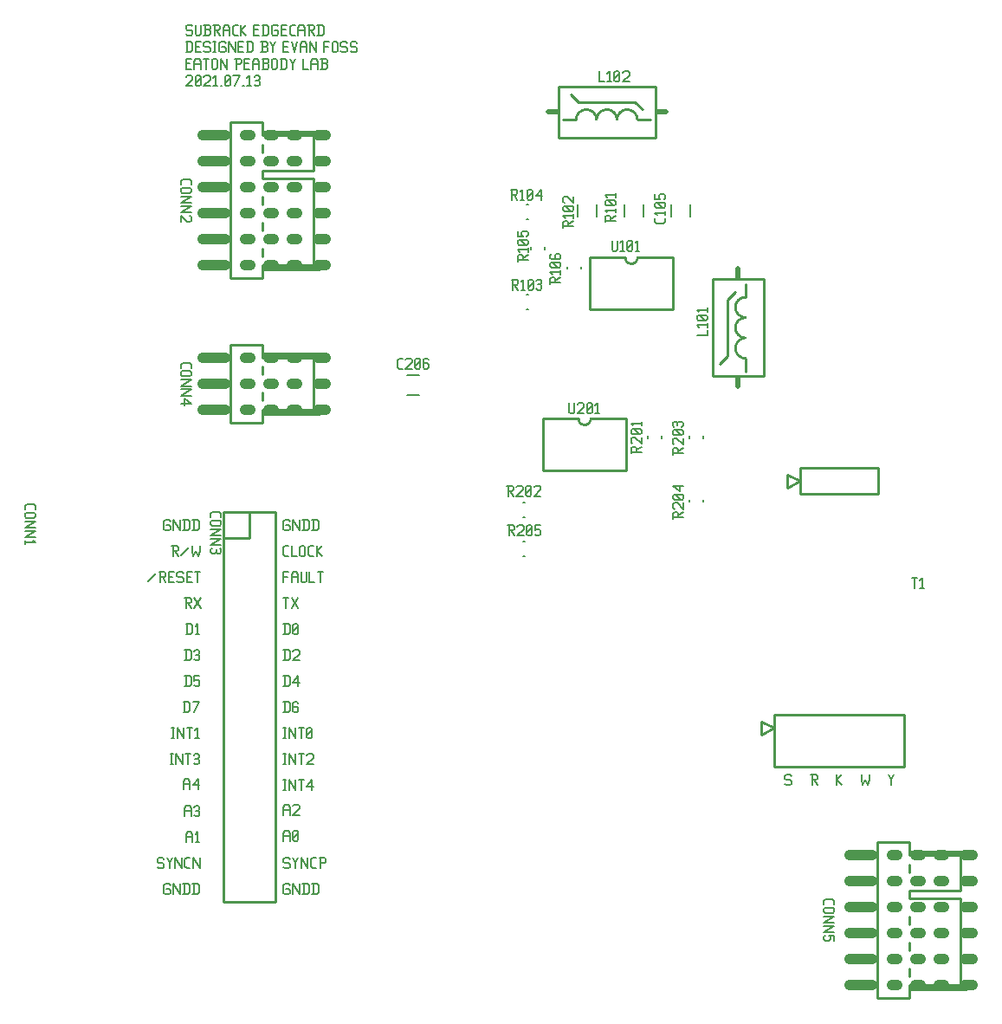
<source format=gto>
From c3ca4f95bd59f69d45e582a4149327f57a360760 Mon Sep 17 00:00:00 2001
From: jaseg <git@jaseg.de>
Date: Sun, 30 Jan 2022 20:11:38 +0100
Subject: Rename gerbonara/gerber package to just gerbonara

---
 gerbonara/tests/resources/pcb-rnd/power-art.gto | 1652 +++++++++++++++++++++++
 1 file changed, 1652 insertions(+)
 create mode 100644 gerbonara/tests/resources/pcb-rnd/power-art.gto

(limited to 'gerbonara/tests/resources/pcb-rnd/power-art.gto')

diff --git a/gerbonara/tests/resources/pcb-rnd/power-art.gto b/gerbonara/tests/resources/pcb-rnd/power-art.gto
new file mode 100644
index 0000000..3bfd7ce
--- /dev/null
+++ b/gerbonara/tests/resources/pcb-rnd/power-art.gto
@@ -0,0 +1,1652 @@
+G04 start of page 2 for group 1 layer_idx 8 *
+G04 Title: (unknown), top_silk *
+G04 Creator: pcb-rnd 2.3.2 *
+G04 CreationDate: 2021-07-14 03:04:30 UTC *
+G04 For:  *
+G04 Format: Gerber/RS-274X *
+G04 PCB-Dimensions: 1000000 1000000 *
+G04 PCB-Coordinate-Origin: lower left *
+%MOIN*%
+%FSLAX25Y25*%
+%LNTOP_SILK_NONE_1*%
+%ADD84C,0.0070*%
+%ADD83C,0.0200*%
+%ADD82C,0.0080*%
+%ADD81C,0.0150*%
+%ADD80C,0.0400*%
+%ADD79C,0.0100*%
+G54D79*X167000Y736000D02*Y586000D01*
+X187000Y736000D02*X167000D01*
+X177000Y726000D02*X167000D01*
+X177000Y736000D02*Y726000D01*
+X379000Y657990D02*Y637990D01*
+Y657990D02*X429000D01*
+Y637990D02*X379000D01*
+X429000D02*Y657990D01*
+X431000Y604000D02*X450700D01*
+X431000Y609000D02*Y604000D01*
+G54D80*X435400D02*X433200D01*
+G54D81*X452400Y605250D02*X431300D01*
+G54D79*X431000Y567500D02*Y570500D01*
+Y577500D02*Y580500D01*
+G54D80*X444400Y584000D02*X442200D01*
+X435400D02*X433200D01*
+X435400Y574000D02*X433200D01*
+X444400D02*X442200D01*
+X435400Y564000D02*X433200D01*
+G54D79*X450700Y587500D02*Y554000D01*
+X431000D01*
+Y557500D02*Y560500D01*
+G54D80*X444400Y564000D02*X442200D01*
+G54D79*X431000Y587500D02*X450700D01*
+G54D80*X435400Y554000D02*X433200D01*
+G54D79*X450700Y590500D02*X431000D01*
+Y587500D02*Y590500D01*
+Y597500D02*Y600500D01*
+G54D80*X444400Y594000D02*X442200D01*
+X435400D02*X433200D01*
+X452200D02*X455400D01*
+X444400Y554000D02*X442200D01*
+X452200D02*X455400D01*
+G54D81*X452700Y552750D02*X431300D01*
+G54D80*X444400Y604000D02*X442200D01*
+G54D79*X450700Y590500D02*Y604000D01*
+G54D80*X452200D02*X455400D01*
+X452200Y584000D02*X455400D01*
+X452200Y574000D02*X455400D01*
+X452200Y564000D02*X455400D01*
+G54D79*X418500Y609000D02*X431000D01*
+G54D80*X426400Y604000D02*X424200D01*
+X416500D02*X408000D01*
+X416500Y594000D02*X408000D01*
+X416500Y584000D02*X408000D01*
+X416500Y574000D02*X408000D01*
+X416500Y564000D02*X408000D01*
+G54D79*X431000Y549000D02*X418500D01*
+G54D80*X416500Y554000D02*X408000D01*
+G54D79*X418500Y609000D02*Y549000D01*
+X431000D02*Y554000D01*
+G54D80*X426400Y584000D02*X424200D01*
+X426400Y574000D02*X424200D01*
+X426400Y554000D02*X424200D01*
+X426400Y594000D02*X424200D01*
+X426400Y564000D02*X424200D01*
+G54D79*X379000Y652990D02*X374000Y655490D01*
+X379000Y652990D02*X374000Y650490D01*
+Y655490D02*Y650490D01*
+X389000Y747990D02*X384000Y750490D01*
+X389000Y747990D02*X384000Y745490D01*
+X389000Y752990D02*Y742990D01*
+X384000Y750490D02*Y745490D01*
+X419000Y742990D02*X389000D01*
+Y752990D02*X419000D01*
+Y742990D02*Y752990D01*
+X322000Y752000D02*X290000D01*
+G54D82*X346245Y740064D02*Y740850D01*
+X351755Y740064D02*Y740850D01*
+X282150Y724755D02*X282936D01*
+X282150Y719245D02*X282936D01*
+X282150Y739755D02*X282936D01*
+X282150Y734245D02*X282936D01*
+G54D79*X182000Y795500D02*X201700D01*
+X182000Y789000D02*Y792000D01*
+G54D80*X186400Y785500D02*X184200D01*
+X177400D02*X175200D01*
+G54D79*X182000Y770500D02*X169500D01*
+X182000Y779000D02*Y782000D01*
+G54D80*X177400Y775500D02*X175200D01*
+X195400Y785500D02*X193200D01*
+G54D79*X182000Y770500D02*Y775500D01*
+G54D80*X195400D02*X193200D01*
+X186400D02*X184200D01*
+G54D79*X187000Y586000D02*X167000D01*
+X187000Y736000D02*Y586000D01*
+X201700Y775500D02*X182000D01*
+X169500Y800500D02*Y770500D01*
+X201700Y795500D02*Y775500D01*
+X169500Y886000D02*X182000D01*
+Y881000D01*
+G54D80*X177400D02*X175200D01*
+G54D79*X182000Y854500D02*Y857500D01*
+G54D80*X177400Y861000D02*X175200D01*
+X177400Y871000D02*X175200D01*
+G54D79*X182000Y864500D02*Y867500D01*
+X169500Y886000D02*Y826000D01*
+X182000Y874500D02*Y877500D01*
+G54D80*X177400Y851000D02*X175200D01*
+G54D79*X182000Y834500D02*Y837500D01*
+Y844500D02*Y847500D01*
+G54D80*X177400Y831000D02*X175200D01*
+X177400Y841000D02*X175200D01*
+X167500Y881000D02*X159000D01*
+X167500Y871000D02*X159000D01*
+X167500Y861000D02*X159000D01*
+X167500Y851000D02*X159000D01*
+X167500Y841000D02*X159000D01*
+X167500Y831000D02*X159000D01*
+G54D79*X169500Y800500D02*X182000D01*
+Y826000D02*X169500D01*
+X182000D02*Y831000D01*
+Y881000D02*X201700D01*
+G54D80*X186400Y871000D02*X184200D01*
+X186400Y861000D02*X184200D01*
+G54D79*X201700Y867500D02*Y881000D01*
+G54D80*X195400Y871000D02*X193200D01*
+X195400Y861000D02*X193200D01*
+G54D79*X201700Y867500D02*X182000D01*
+Y864500D02*X201700D01*
+Y831000D01*
+G54D80*X195400Y851000D02*X193200D01*
+X195400Y841000D02*X193200D01*
+X186400Y831000D02*X184200D01*
+X186400Y881000D02*X184200D01*
+G54D81*X203400Y882250D02*X182300D01*
+G54D80*X186400Y841000D02*X184200D01*
+X186400Y851000D02*X184200D01*
+G54D79*X182000Y800500D02*Y795500D01*
+G54D81*X203400Y796750D02*X182300D01*
+G54D79*X201700Y831000D02*X182000D01*
+G54D81*X203700Y829750D02*X182300D01*
+G54D80*X195400Y831000D02*X193200D01*
+X203200D02*X206400D01*
+G54D82*X283607Y819755D02*X284393D01*
+G54D79*X308000Y834000D02*Y814000D01*
+G54D82*X299246Y829787D02*Y830573D01*
+X304756Y829787D02*Y830573D01*
+X283607Y814245D02*X284393D01*
+G54D79*X340000Y814000D02*X308000D01*
+Y834000D02*X321500D01*
+X326500D02*X340000D01*
+Y814000D02*Y834000D01*
+X355157Y825701D02*X374843D01*
+X361063Y796173D02*Y817827D01*
+X367953Y818811D02*Y823732D01*
+G54D83*X365000Y826291D02*Y829638D01*
+G54D79*X355157Y788299D02*Y825701D01*
+X374843D02*Y788299D01*
+X355157D01*
+X361063Y817827D02*X364016Y820780D01*
+X358110Y793220D02*X361063Y796173D01*
+X367953Y795189D02*Y790268D01*
+G54D80*X195400Y881000D02*X193200D01*
+X203200Y871000D02*X206400D01*
+X203200Y881000D02*X206400D01*
+G54D79*X295811Y899843D02*X333213D01*
+X295811Y880157D02*Y899843D01*
+X303685Y893937D02*X325339D01*
+X302701Y887047D02*X297780D01*
+X326323D02*X331244D01*
+X333213Y899843D02*Y880157D01*
+X295811D01*
+X325339Y893937D02*X328291Y890984D01*
+X300732Y896890D02*X303685Y893937D01*
+G54D83*X295220Y890000D02*X291874D01*
+X333803D02*X337150D01*
+G54D80*X203200Y861000D02*X206400D01*
+X203200Y851000D02*X206400D01*
+X203200Y841000D02*X206400D01*
+G54D82*X283608Y854392D02*X284394D01*
+X283608Y848882D02*X284394D01*
+X285246Y837244D02*Y838030D01*
+X290756Y837244D02*Y838030D01*
+X303260Y849638D02*Y854362D01*
+X310740Y849638D02*Y854362D01*
+X321260Y849638D02*Y854362D01*
+X328740Y849638D02*Y854362D01*
+X339260Y849638D02*Y854362D01*
+X346740Y849638D02*Y854362D01*
+G54D80*X195400Y795500D02*X193200D01*
+X203200D02*X206400D01*
+G54D81*X203700Y774250D02*X182300D01*
+G54D80*X203200Y785500D02*X206400D01*
+X203200Y775500D02*X206400D01*
+G54D82*X237638Y788740D02*X242362D01*
+X237638Y781260D02*X242362D01*
+G54D79*X290000Y772000D02*Y752000D01*
+X322000D02*Y772000D01*
+G54D82*X330245Y764607D02*Y765393D01*
+X335755Y764607D02*Y765393D01*
+X346245Y764607D02*Y765393D01*
+X351755Y764607D02*Y765393D01*
+G54D79*X290000Y772000D02*X303500D01*
+X308500D02*X322000D01*
+G54D83*X365000Y787709D02*Y784362D01*
+G54D80*X186400Y795500D02*X184200D01*
+X177400D02*X175200D01*
+X167500D02*X159000D01*
+X167500Y785500D02*X159000D01*
+X167500Y775500D02*X159000D01*
+G54D79*X302701Y887047D02*G75*G02X306638Y890984I3937J0D01*G01*
+G75*G02X310575Y887047I0J-3937D01*G01*
+G75*G02X314512Y890984I3937J0D01*G01*
+G75*G02X318449Y887047I0J-3937D01*G01*
+G75*G02X322386Y890984I3937J0D01*G01*
+G75*G02X326323Y887047I0J-3937D01*G01*
+X321500Y834000D02*G75*G03X326500Y834000I2500J0D01*G01*
+X303500Y772000D02*G75*G03X308500Y772000I2500J0D01*G01*
+X367953Y795189D02*G75*G02X364016Y799126I0J3937D01*G01*
+G75*G02X367953Y803063I3937J0D01*G01*
+G75*G02X364016Y807000I0J3937D01*G01*
+G75*G02X367953Y810937I3937J0D01*G01*
+G75*G02X364016Y814874I0J3937D01*G01*
+G75*G02X367953Y818811I3937J0D01*G01*
+G54D84*X153000Y917000D02*Y913000D01*
+X154300Y917000D02*X155000Y916300D01*
+Y913700D01*
+X154300Y913000D02*X155000Y913700D01*
+X152500Y913000D02*X154300D01*
+X152500Y917000D02*X154300D01*
+X156200Y915200D02*X157700D01*
+X156200Y913000D02*X158200D01*
+X156200Y917000D02*Y913000D01*
+Y917000D02*X158200D01*
+X161400D02*X161900Y916500D01*
+X159900Y917000D02*X161400D01*
+X159400Y916500D02*X159900Y917000D01*
+X159400Y916500D02*Y915500D01*
+X159900Y915000D01*
+X161400D01*
+X161900Y914500D01*
+Y913500D01*
+X161400Y913000D02*X161900Y913500D01*
+X159900Y913000D02*X161400D01*
+X159400Y913500D02*X159900Y913000D01*
+X163100Y917000D02*X164100D01*
+X163600D02*Y913000D01*
+X163100D02*X164100D01*
+X167300Y917000D02*X167800Y916500D01*
+X165800Y917000D02*X167300D01*
+X165300Y916500D02*X165800Y917000D01*
+X165300Y916500D02*Y913500D01*
+X165800Y913000D01*
+X167300D01*
+X167800Y913500D01*
+Y914500D02*Y913500D01*
+X167300Y915000D02*X167800Y914500D01*
+X166300Y915000D02*X167300D01*
+X169000Y917000D02*Y913000D01*
+Y917000D02*X171500Y913000D01*
+Y917000D02*Y913000D01*
+X172700Y915200D02*X174200D01*
+X172700Y913000D02*X174700D01*
+X172700Y917000D02*Y913000D01*
+Y917000D02*X174700D01*
+X176400D02*Y913000D01*
+X177700Y917000D02*X178400Y916300D01*
+Y913700D01*
+X177700Y913000D02*X178400Y913700D01*
+X175900Y913000D02*X177700D01*
+X175900Y917000D02*X177700D01*
+X181400Y913000D02*X183400D01*
+X183900Y913500D01*
+Y914700D02*Y913500D01*
+X183400Y915200D02*X183900Y914700D01*
+X181900Y915200D02*X183400D01*
+X181900Y917000D02*Y913000D01*
+X181400Y917000D02*X183400D01*
+X183900Y916500D01*
+Y915700D01*
+X183400Y915200D02*X183900Y915700D01*
+X185100Y917000D02*X186100Y915000D01*
+X187100Y917000D01*
+X186100Y915000D02*Y913000D01*
+X190100Y915200D02*X191600D01*
+X190100Y913000D02*X192100D01*
+X190100Y917000D02*Y913000D01*
+Y917000D02*X192100D01*
+X193300D02*X194300Y913000D01*
+X195300Y917000D01*
+X196500Y916000D02*Y913000D01*
+Y916000D02*X197200Y917000D01*
+X198300D01*
+X199000Y916000D01*
+Y913000D01*
+X196500Y915000D02*X199000D01*
+X200200Y917000D02*Y913000D01*
+Y917000D02*X202700Y913000D01*
+Y917000D02*Y913000D01*
+X205700Y917000D02*Y913000D01*
+Y917000D02*X207700D01*
+X205700Y915200D02*X207200D01*
+X208900Y916500D02*Y913500D01*
+Y916500D02*X209400Y917000D01*
+X210400D01*
+X210900Y916500D01*
+Y913500D01*
+X210400Y913000D02*X210900Y913500D01*
+X209400Y913000D02*X210400D01*
+X208900Y913500D02*X209400Y913000D01*
+X214100Y917000D02*X214600Y916500D01*
+X212600Y917000D02*X214100D01*
+X212100Y916500D02*X212600Y917000D01*
+X212100Y916500D02*Y915500D01*
+X212600Y915000D01*
+X214100D01*
+X214600Y914500D01*
+Y913500D01*
+X214100Y913000D02*X214600Y913500D01*
+X212600Y913000D02*X214100D01*
+X212100Y913500D02*X212600Y913000D01*
+X217800Y917000D02*X218300Y916500D01*
+X216300Y917000D02*X217800D01*
+X215800Y916500D02*X216300Y917000D01*
+X215800Y916500D02*Y915500D01*
+X216300Y915000D01*
+X217800D01*
+X218300Y914500D01*
+Y913500D01*
+X217800Y913000D02*X218300Y913500D01*
+X216300Y913000D02*X217800D01*
+X215800Y913500D02*X216300Y913000D01*
+X154500Y923500D02*X155000Y923000D01*
+X153000Y923500D02*X154500D01*
+X152500Y923000D02*X153000Y923500D01*
+X152500Y923000D02*Y922000D01*
+X153000Y921500D01*
+X154500D01*
+X155000Y921000D01*
+Y920000D01*
+X154500Y919500D02*X155000Y920000D01*
+X153000Y919500D02*X154500D01*
+X152500Y920000D02*X153000Y919500D01*
+X156200Y923500D02*Y920000D01*
+X156700Y919500D01*
+X157700D01*
+X158200Y920000D01*
+Y923500D02*Y920000D01*
+X159400Y919500D02*X161400D01*
+X161900Y920000D01*
+Y921200D02*Y920000D01*
+X161400Y921700D02*X161900Y921200D01*
+X159900Y921700D02*X161400D01*
+X159900Y923500D02*Y919500D01*
+X159400Y923500D02*X161400D01*
+X161900Y923000D01*
+Y922200D01*
+X161400Y921700D02*X161900Y922200D01*
+X163100Y923500D02*X165100D01*
+X165600Y923000D01*
+Y922000D01*
+X165100Y921500D02*X165600Y922000D01*
+X163600Y921500D02*X165100D01*
+X163600Y923500D02*Y919500D01*
+X164400Y921500D02*X165600Y919500D01*
+X166800Y922500D02*Y919500D01*
+Y922500D02*X167500Y923500D01*
+X168600D01*
+X169300Y922500D01*
+Y919500D01*
+X166800Y921500D02*X169300D01*
+X171200Y919500D02*X172500D01*
+X170500Y920200D02*X171200Y919500D01*
+X170500Y922800D02*Y920200D01*
+Y922800D02*X171200Y923500D01*
+X172500D01*
+X173700D02*Y919500D01*
+Y921500D02*X175700Y923500D01*
+X173700Y921500D02*X175700Y919500D01*
+X178700Y921700D02*X180200D01*
+X178700Y919500D02*X180700D01*
+X178700Y923500D02*Y919500D01*
+Y923500D02*X180700D01*
+X182400D02*Y919500D01*
+X183700Y923500D02*X184400Y922800D01*
+Y920200D01*
+X183700Y919500D02*X184400Y920200D01*
+X181900Y919500D02*X183700D01*
+X181900Y923500D02*X183700D01*
+X187600D02*X188100Y923000D01*
+X186100Y923500D02*X187600D01*
+X185600Y923000D02*X186100Y923500D01*
+X185600Y923000D02*Y920000D01*
+X186100Y919500D01*
+X187600D01*
+X188100Y920000D01*
+Y921000D02*Y920000D01*
+X187600Y921500D02*X188100Y921000D01*
+X186600Y921500D02*X187600D01*
+X189300Y921700D02*X190800D01*
+X189300Y919500D02*X191300D01*
+X189300Y923500D02*Y919500D01*
+Y923500D02*X191300D01*
+X193200Y919500D02*X194500D01*
+X192500Y920200D02*X193200Y919500D01*
+X192500Y922800D02*Y920200D01*
+Y922800D02*X193200Y923500D01*
+X194500D01*
+X195700Y922500D02*Y919500D01*
+Y922500D02*X196400Y923500D01*
+X197500D01*
+X198200Y922500D01*
+Y919500D01*
+X195700Y921500D02*X198200D01*
+X199400Y923500D02*X201400D01*
+X201900Y923000D01*
+Y922000D01*
+X201400Y921500D02*X201900Y922000D01*
+X199900Y921500D02*X201400D01*
+X199900Y923500D02*Y919500D01*
+X200700Y921500D02*X201900Y919500D01*
+X203600Y923500D02*Y919500D01*
+X204900Y923500D02*X205600Y922800D01*
+Y920200D01*
+X204900Y919500D02*X205600Y920200D01*
+X203100Y919500D02*X204900D01*
+X203100Y923500D02*X204900D01*
+X152500Y903500D02*X153000Y904000D01*
+X154500D01*
+X155000Y903500D01*
+Y902500D01*
+X152500Y900000D02*X155000Y902500D01*
+X152500Y900000D02*X155000D01*
+X156200Y900500D02*X156700Y900000D01*
+X156200Y903500D02*Y900500D01*
+Y903500D02*X156700Y904000D01*
+X157700D01*
+X158200Y903500D01*
+Y900500D01*
+X157700Y900000D02*X158200Y900500D01*
+X156700Y900000D02*X157700D01*
+X156200Y901000D02*X158200Y903000D01*
+X159400Y903500D02*X159900Y904000D01*
+X161400D01*
+X161900Y903500D01*
+Y902500D01*
+X159400Y900000D02*X161900Y902500D01*
+X159400Y900000D02*X161900D01*
+X163100Y903200D02*X163900Y904000D01*
+Y900000D01*
+X163100D02*X164600D01*
+X165800D02*X166300D01*
+X167500Y900500D02*X168000Y900000D01*
+X167500Y903500D02*Y900500D01*
+Y903500D02*X168000Y904000D01*
+X169000D01*
+X169500Y903500D01*
+Y900500D01*
+X169000Y900000D02*X169500Y900500D01*
+X168000Y900000D02*X169000D01*
+X167500Y901000D02*X169500Y903000D01*
+X171200Y900000D02*X173200Y904000D01*
+X170700D02*X173200D01*
+X174400Y900000D02*X174900D01*
+X176100Y903200D02*X176900Y904000D01*
+Y900000D01*
+X176100D02*X177600D01*
+X178800Y903500D02*X179300Y904000D01*
+X180300D01*
+X180800Y903500D01*
+X180300Y900000D02*X180800Y900500D01*
+X179300Y900000D02*X180300D01*
+X178800Y900500D02*X179300Y900000D01*
+Y902200D02*X180300D01*
+X180800Y903500D02*Y902700D01*
+Y901700D02*Y900500D01*
+Y901700D02*X180300Y902200D01*
+X180800Y902700D02*X180300Y902200D01*
+X152500Y908700D02*X154000D01*
+X152500Y906500D02*X154500D01*
+X152500Y910500D02*Y906500D01*
+Y910500D02*X154500D01*
+X155700Y909500D02*Y906500D01*
+Y909500D02*X156400Y910500D01*
+X157500D01*
+X158200Y909500D01*
+Y906500D01*
+X155700Y908500D02*X158200D01*
+X159400Y910500D02*X161400D01*
+X160400D02*Y906500D01*
+X162600Y910000D02*Y907000D01*
+Y910000D02*X163100Y910500D01*
+X164100D01*
+X164600Y910000D01*
+Y907000D01*
+X164100Y906500D02*X164600Y907000D01*
+X163100Y906500D02*X164100D01*
+X162600Y907000D02*X163100Y906500D01*
+X165800Y910500D02*Y906500D01*
+Y910500D02*X168300Y906500D01*
+Y910500D02*Y906500D01*
+X171800Y910500D02*Y906500D01*
+X171300Y910500D02*X173300D01*
+X173800Y910000D01*
+Y909000D01*
+X173300Y908500D02*X173800Y909000D01*
+X171800Y908500D02*X173300D01*
+X175000Y908700D02*X176500D01*
+X175000Y906500D02*X177000D01*
+X175000Y910500D02*Y906500D01*
+Y910500D02*X177000D01*
+X178200Y909500D02*Y906500D01*
+Y909500D02*X178900Y910500D01*
+X180000D01*
+X180700Y909500D01*
+Y906500D01*
+X178200Y908500D02*X180700D01*
+X181900Y906500D02*X183900D01*
+X184400Y907000D01*
+Y908200D02*Y907000D01*
+X183900Y908700D02*X184400Y908200D01*
+X182400Y908700D02*X183900D01*
+X182400Y910500D02*Y906500D01*
+X181900Y910500D02*X183900D01*
+X184400Y910000D01*
+Y909200D01*
+X183900Y908700D02*X184400Y909200D01*
+X185600Y910000D02*Y907000D01*
+Y910000D02*X186100Y910500D01*
+X187100D01*
+X187600Y910000D01*
+Y907000D01*
+X187100Y906500D02*X187600Y907000D01*
+X186100Y906500D02*X187100D01*
+X185600Y907000D02*X186100Y906500D01*
+X189300Y910500D02*Y906500D01*
+X190600Y910500D02*X191300Y909800D01*
+Y907200D01*
+X190600Y906500D02*X191300Y907200D01*
+X188800Y906500D02*X190600D01*
+X188800Y910500D02*X190600D01*
+X192500D02*X193500Y908500D01*
+X194500Y910500D01*
+X193500Y908500D02*Y906500D01*
+X197500Y910500D02*Y906500D01*
+X199500D01*
+X200700Y909500D02*Y906500D01*
+Y909500D02*X201400Y910500D01*
+X202500D01*
+X203200Y909500D01*
+Y906500D01*
+X200700Y908500D02*X203200D01*
+X204400Y906500D02*X206400D01*
+X206900Y907000D01*
+Y908200D02*Y907000D01*
+X206400Y908700D02*X206900Y908200D01*
+X204900Y908700D02*X206400D01*
+X204900Y910500D02*Y906500D01*
+X204400Y910500D02*X206400D01*
+X206900Y910000D01*
+Y909200D01*
+X206400Y908700D02*X206900Y909200D01*
+X146000Y733000D02*X146500Y732500D01*
+X144500Y733000D02*X146000D01*
+X144000Y732500D02*X144500Y733000D01*
+X144000Y732500D02*Y729500D01*
+X144500Y729000D01*
+X146000D01*
+X146500Y729500D01*
+Y730500D02*Y729500D01*
+X146000Y731000D02*X146500Y730500D01*
+X145000Y731000D02*X146000D01*
+X147700Y733000D02*Y729000D01*
+Y733000D02*X150200Y729000D01*
+Y733000D02*Y729000D01*
+X151900Y733000D02*Y729000D01*
+X153200Y733000D02*X153900Y732300D01*
+Y729700D01*
+X153200Y729000D02*X153900Y729700D01*
+X151400Y729000D02*X153200D01*
+X151400Y733000D02*X153200D01*
+X155600D02*Y729000D01*
+X156900Y733000D02*X157600Y732300D01*
+Y729700D01*
+X156900Y729000D02*X157600Y729700D01*
+X155100Y729000D02*X156900D01*
+X155100Y733000D02*X156900D01*
+X138000Y709500D02*X141000Y712500D01*
+X142200Y713000D02*X144200D01*
+X144700Y712500D01*
+Y711500D01*
+X144200Y711000D02*X144700Y711500D01*
+X142700Y711000D02*X144200D01*
+X142700Y713000D02*Y709000D01*
+X143500Y711000D02*X144700Y709000D01*
+X145900Y711200D02*X147400D01*
+X145900Y709000D02*X147900D01*
+X145900Y713000D02*Y709000D01*
+Y713000D02*X147900D01*
+X151100D02*X151600Y712500D01*
+X149600Y713000D02*X151100D01*
+X149100Y712500D02*X149600Y713000D01*
+X149100Y712500D02*Y711500D01*
+X149600Y711000D01*
+X151100D01*
+X151600Y710500D01*
+Y709500D01*
+X151100Y709000D02*X151600Y709500D01*
+X149600Y709000D02*X151100D01*
+X149100Y709500D02*X149600Y709000D01*
+X152800Y711200D02*X154300D01*
+X152800Y709000D02*X154800D01*
+X152800Y713000D02*Y709000D01*
+Y713000D02*X154800D01*
+X156000D02*X158000D01*
+X157000D02*Y709000D01*
+X147000Y723000D02*X149000D01*
+X149500Y722500D01*
+Y721500D01*
+X149000Y721000D02*X149500Y721500D01*
+X147500Y721000D02*X149000D01*
+X147500Y723000D02*Y719000D01*
+X148300Y721000D02*X149500Y719000D01*
+X150700Y719500D02*X153700Y722500D01*
+X154900Y723000D02*Y721000D01*
+X155400Y719000D01*
+X156400Y721000D01*
+X157400Y719000D01*
+X157900Y721000D01*
+Y723000D01*
+X162000Y735300D02*Y734000D01*
+X162700Y736000D02*X162000Y735300D01*
+X165300Y736000D02*X162700D01*
+X165300D02*X166000Y735300D01*
+Y734000D01*
+X165500Y732800D02*X162500D01*
+X165500D02*X166000Y732300D01*
+Y731300D01*
+X165500Y730800D01*
+X162500D01*
+X162000Y731300D02*X162500Y730800D01*
+X162000Y732300D02*Y731300D01*
+X162500Y732800D02*X162000Y732300D01*
+X166000Y729600D02*X162000D01*
+X166000D02*X162000Y727100D01*
+X166000D02*X162000D01*
+X166000Y725900D02*X162000D01*
+X166000D02*X162000Y723400D01*
+X166000D02*X162000D01*
+X165500Y722200D02*X166000Y721700D01*
+Y720700D01*
+X165500Y720200D01*
+X162000Y720700D02*X162500Y720200D01*
+X162000Y721700D02*Y720700D01*
+X162500Y722200D02*X162000Y721700D01*
+X164200D02*Y720700D01*
+X165500Y720200D02*X164700D01*
+X163700D02*X162500D01*
+X163700D02*X164200Y720700D01*
+X164700Y720200D02*X164200Y720700D01*
+X150500Y792800D02*Y791500D01*
+X151200Y793500D02*X150500Y792800D01*
+X153800Y793500D02*X151200D01*
+X153800D02*X154500Y792800D01*
+Y791500D01*
+X154000Y790300D02*X151000D01*
+X154000D02*X154500Y789800D01*
+Y788800D01*
+X154000Y788300D01*
+X151000D01*
+X150500Y788800D02*X151000Y788300D01*
+X150500Y789800D02*Y788800D01*
+X151000Y790300D02*X150500Y789800D01*
+X154500Y787100D02*X150500D01*
+X154500D02*X150500Y784600D01*
+X154500D02*X150500D01*
+X154500Y783400D02*X150500D01*
+X154500D02*X150500Y780900D01*
+X154500D02*X150500D01*
+X152000Y779700D02*X154500Y777700D01*
+X152000Y779700D02*Y777200D01*
+X154500Y777700D02*X150500D01*
+X234550Y791150D02*X235850D01*
+X233850Y791850D02*X234550Y791150D01*
+X233850Y794450D02*Y791850D01*
+Y794450D02*X234550Y795150D01*
+X235850D01*
+X237050Y794650D02*X237550Y795150D01*
+X239050D01*
+X239550Y794650D01*
+Y793650D01*
+X237050Y791150D02*X239550Y793650D01*
+X237050Y791150D02*X239550D01*
+X240750Y791650D02*X241250Y791150D01*
+X240750Y794650D02*Y791650D01*
+Y794650D02*X241250Y795150D01*
+X242250D01*
+X242750Y794650D01*
+Y791650D01*
+X242250Y791150D02*X242750Y791650D01*
+X241250Y791150D02*X242250D01*
+X240750Y792150D02*X242750Y794150D01*
+X245450Y795150D02*X245950Y794650D01*
+X244450Y795150D02*X245450D01*
+X243950Y794650D02*X244450Y795150D01*
+X243950Y794650D02*Y791650D01*
+X244450Y791150D01*
+X245450Y793350D02*X245950Y792850D01*
+X243950Y793350D02*X245450D01*
+X244450Y791150D02*X245450D01*
+X245950Y791650D01*
+Y792850D02*Y791650D01*
+X300000Y778000D02*Y774500D01*
+X300500Y774000D01*
+X301500D01*
+X302000Y774500D01*
+Y778000D02*Y774500D01*
+X303200Y777500D02*X303700Y778000D01*
+X305200D01*
+X305700Y777500D01*
+Y776500D01*
+X303200Y774000D02*X305700Y776500D01*
+X303200Y774000D02*X305700D01*
+X306900Y774500D02*X307400Y774000D01*
+X306900Y777500D02*Y774500D01*
+Y777500D02*X307400Y778000D01*
+X308400D01*
+X308900Y777500D01*
+Y774500D01*
+X308400Y774000D02*X308900Y774500D01*
+X307400Y774000D02*X308400D01*
+X306900Y775000D02*X308900Y777000D01*
+X310100Y777200D02*X310900Y778000D01*
+Y774000D01*
+X310100D02*X311600D01*
+X323850Y758700D02*Y760700D01*
+X324350Y761200D01*
+X325350D01*
+X325850Y760700D02*X325350Y761200D01*
+X325850Y759200D02*Y760700D01*
+X323850Y759200D02*X327850D01*
+X325850Y760000D02*X327850Y761200D01*
+X324350Y762400D02*X323850Y762900D01*
+Y764400D01*
+X324350Y764900D01*
+X325350D01*
+X327850Y762400D02*X325350Y764900D01*
+X327850Y762400D02*Y764900D01*
+X327350Y766100D02*X327850Y766600D01*
+X324350Y766100D02*X327350D01*
+X324350D02*X323850Y766600D01*
+Y767600D01*
+X324350Y768100D01*
+X327350D01*
+X327850Y767600D02*X327350Y768100D01*
+X327850Y766600D02*Y767600D01*
+X326850Y766100D02*X324850Y768100D01*
+X324650Y769300D02*X323850Y770100D01*
+X327850D01*
+Y769300D02*Y770800D01*
+X339850Y758264D02*Y760264D01*
+X340350Y760764D01*
+X341350D01*
+X341850Y760264D02*X341350Y760764D01*
+X341850Y758764D02*Y760264D01*
+X339850Y758764D02*X343850D01*
+X341850Y759564D02*X343850Y760764D01*
+X340350Y761964D02*X339850Y762464D01*
+Y763964D01*
+X340350Y764464D01*
+X341350D01*
+X343850Y761964D02*X341350Y764464D01*
+X343850Y761964D02*Y764464D01*
+X343350Y765664D02*X343850Y766164D01*
+X340350Y765664D02*X343350D01*
+X340350D02*X339850Y766164D01*
+Y767164D01*
+X340350Y767664D01*
+X343350D01*
+X343850Y767164D02*X343350Y767664D01*
+X343850Y766164D02*Y767164D01*
+X342850Y765664D02*X340850Y767664D01*
+X340350Y768864D02*X339850Y769364D01*
+Y770364D01*
+X340350Y770864D01*
+X343850Y770364D02*X343350Y770864D01*
+X343850Y769364D02*Y770364D01*
+X343350Y768864D02*X343850Y769364D01*
+X341650D02*Y770364D01*
+X340350Y770864D02*X341150D01*
+X342150D02*X343350D01*
+X342150D02*X341650Y770364D01*
+X341150Y770864D02*X341650Y770364D01*
+X339969Y733470D02*Y735470D01*
+X340469Y735970D01*
+X341469D01*
+X341969Y735470D02*X341469Y735970D01*
+X341969Y733970D02*Y735470D01*
+X339969Y733970D02*X343969D01*
+X341969Y734770D02*X343969Y735970D01*
+X340469Y737170D02*X339969Y737670D01*
+Y739170D01*
+X340469Y739670D01*
+X341469D01*
+X343969Y737170D02*X341469Y739670D01*
+X343969Y737170D02*Y739670D01*
+X343469Y740870D02*X343969Y741370D01*
+X340469Y740870D02*X343469D01*
+X340469D02*X339969Y741370D01*
+Y742370D01*
+X340469Y742870D01*
+X343469D01*
+X343969Y742370D02*X343469Y742870D01*
+X343969Y741370D02*Y742370D01*
+X342969Y740870D02*X340969Y742870D01*
+X342469Y744070D02*X339969Y746070D01*
+X342469Y744070D02*Y746570D01*
+X339969Y746070D02*X343969D01*
+X276321Y731031D02*X278321D01*
+X278821Y730531D01*
+Y729531D01*
+X278321Y729031D02*X278821Y729531D01*
+X276821Y729031D02*X278321D01*
+X276821Y731031D02*Y727031D01*
+X277621Y729031D02*X278821Y727031D01*
+X280021Y730531D02*X280521Y731031D01*
+X282021D01*
+X282521Y730531D01*
+Y729531D01*
+X280021Y727031D02*X282521Y729531D01*
+X280021Y727031D02*X282521D01*
+X283721Y727531D02*X284221Y727031D01*
+X283721Y730531D02*Y727531D01*
+Y730531D02*X284221Y731031D01*
+X285221D01*
+X285721Y730531D01*
+Y727531D01*
+X285221Y727031D02*X285721Y727531D01*
+X284221Y727031D02*X285221D01*
+X283721Y728031D02*X285721Y730031D01*
+X286921Y731031D02*X288921D01*
+X286921D02*Y729031D01*
+X287421Y729531D01*
+X288421D01*
+X288921Y729031D01*
+Y727531D01*
+X288421Y727031D02*X288921Y727531D01*
+X287421Y727031D02*X288421D01*
+X286921Y727531D02*X287421Y727031D01*
+X276008Y746150D02*X278008D01*
+X278508Y745650D01*
+Y744650D01*
+X278008Y744150D02*X278508Y744650D01*
+X276508Y744150D02*X278008D01*
+X276508Y746150D02*Y742150D01*
+X277308Y744150D02*X278508Y742150D01*
+X279708Y745650D02*X280208Y746150D01*
+X281708D01*
+X282208Y745650D01*
+Y744650D01*
+X279708Y742150D02*X282208Y744650D01*
+X279708Y742150D02*X282208D01*
+X283408Y742650D02*X283908Y742150D01*
+X283408Y745650D02*Y742650D01*
+Y745650D02*X283908Y746150D01*
+X284908D01*
+X285408Y745650D01*
+Y742650D01*
+X284908Y742150D02*X285408Y742650D01*
+X283908Y742150D02*X284908D01*
+X283408Y743150D02*X285408Y745150D01*
+X286608Y745650D02*X287108Y746150D01*
+X288608D01*
+X289108Y745650D01*
+Y744650D01*
+X286608Y742150D02*X289108Y744650D01*
+X286608Y742150D02*X289108D01*
+X150500Y863300D02*Y862000D01*
+X151200Y864000D02*X150500Y863300D01*
+X153800Y864000D02*X151200D01*
+X153800D02*X154500Y863300D01*
+Y862000D01*
+X154000Y860800D02*X151000D01*
+X154000D02*X154500Y860300D01*
+Y859300D01*
+X154000Y858800D01*
+X151000D01*
+X150500Y859300D02*X151000Y858800D01*
+X150500Y860300D02*Y859300D01*
+X151000Y860800D02*X150500Y860300D01*
+X154500Y857600D02*X150500D01*
+X154500D02*X150500Y855100D01*
+X154500D02*X150500D01*
+X154500Y853900D02*X150500D01*
+X154500D02*X150500Y851400D01*
+X154500D02*X150500D01*
+X154000Y850200D02*X154500Y849700D01*
+Y848200D01*
+X154000Y847700D01*
+X153000D01*
+X150500Y850200D02*X153000Y847700D01*
+X150500Y850200D02*Y847700D01*
+X311559Y905732D02*Y901732D01*
+X313559D01*
+X314759Y904932D02*X315559Y905732D01*
+Y901732D01*
+X314759D02*X316259D01*
+X317459Y902232D02*X317959Y901732D01*
+X317459Y905232D02*Y902232D01*
+Y905232D02*X317959Y905732D01*
+X318959D01*
+X319459Y905232D01*
+Y902232D01*
+X318959Y901732D02*X319459Y902232D01*
+X317959Y901732D02*X318959D01*
+X317459Y902732D02*X319459Y904732D01*
+X320659Y905232D02*X321159Y905732D01*
+X322659D01*
+X323159Y905232D01*
+Y904232D01*
+X320659Y901732D02*X323159Y904232D01*
+X320659Y901732D02*X323159D01*
+X277557Y860168D02*X279557D01*
+X280057Y859668D01*
+Y858668D01*
+X279557Y858168D02*X280057Y858668D01*
+X278057Y858168D02*X279557D01*
+X278057Y860168D02*Y856168D01*
+X278857Y858168D02*X280057Y856168D01*
+X281257Y859368D02*X282057Y860168D01*
+Y856168D01*
+X281257D02*X282757D01*
+X283957Y856668D02*X284457Y856168D01*
+X283957Y859668D02*Y856668D01*
+Y859668D02*X284457Y860168D01*
+X285457D01*
+X285957Y859668D01*
+Y856668D01*
+X285457Y856168D02*X285957Y856668D01*
+X284457Y856168D02*X285457D01*
+X283957Y857168D02*X285957Y859168D01*
+X287157Y857668D02*X289157Y860168D01*
+X287157Y857668D02*X289657D01*
+X289157Y860168D02*Y856168D01*
+X297741Y845488D02*Y847488D01*
+X298241Y847988D01*
+X299241D01*
+X299741Y847488D02*X299241Y847988D01*
+X299741Y845988D02*Y847488D01*
+X297741Y845988D02*X301741D01*
+X299741Y846788D02*X301741Y847988D01*
+X298541Y849188D02*X297741Y849988D01*
+X301741D01*
+Y849188D02*Y850688D01*
+X301241Y851888D02*X301741Y852388D01*
+X298241Y851888D02*X301241D01*
+X298241D02*X297741Y852388D01*
+Y853388D01*
+X298241Y853888D01*
+X301241D01*
+X301741Y853388D02*X301241Y853888D01*
+X301741Y852388D02*Y853388D01*
+X300741Y851888D02*X298741Y853888D01*
+X298241Y855088D02*X297741Y855588D01*
+Y857088D01*
+X298241Y857588D01*
+X299241D01*
+X301741Y855088D02*X299241Y857588D01*
+X301741Y855088D02*Y857588D01*
+X313878Y847629D02*Y849629D01*
+X314378Y850129D01*
+X315378D01*
+X315878Y849629D02*X315378Y850129D01*
+X315878Y848129D02*Y849629D01*
+X313878Y848129D02*X317878D01*
+X315878Y848929D02*X317878Y850129D01*
+X314678Y851329D02*X313878Y852129D01*
+X317878D01*
+Y851329D02*Y852829D01*
+X317378Y854029D02*X317878Y854529D01*
+X314378Y854029D02*X317378D01*
+X314378D02*X313878Y854529D01*
+Y855529D01*
+X314378Y856029D01*
+X317378D01*
+X317878Y855529D02*X317378Y856029D01*
+X317878Y854529D02*Y855529D01*
+X316878Y854029D02*X314878Y856029D01*
+X314678Y857229D02*X313878Y858029D01*
+X317878D01*
+Y857229D02*Y858729D01*
+X316500Y840500D02*Y837000D01*
+X317000Y836500D01*
+X318000D01*
+X318500Y837000D01*
+Y840500D02*Y837000D01*
+X319700Y839700D02*X320500Y840500D01*
+Y836500D01*
+X319700D02*X321200D01*
+X322400Y837000D02*X322900Y836500D01*
+X322400Y840000D02*Y837000D01*
+Y840000D02*X322900Y840500D01*
+X323900D01*
+X324400Y840000D01*
+Y837000D01*
+X323900Y836500D02*X324400Y837000D01*
+X322900Y836500D02*X323900D01*
+X322400Y837500D02*X324400Y839500D01*
+X325600Y839700D02*X326400Y840500D01*
+Y836500D01*
+X325600D02*X327100D01*
+X292726Y823813D02*Y825813D01*
+X293226Y826313D01*
+X294226D01*
+X294726Y825813D02*X294226Y826313D01*
+X294726Y824313D02*Y825813D01*
+X292726Y824313D02*X296726D01*
+X294726Y825113D02*X296726Y826313D01*
+X293526Y827513D02*X292726Y828313D01*
+X296726D01*
+Y827513D02*Y829013D01*
+X296226Y830213D02*X296726Y830713D01*
+X293226Y830213D02*X296226D01*
+X293226D02*X292726Y830713D01*
+Y831713D01*
+X293226Y832213D01*
+X296226D01*
+X296726Y831713D02*X296226Y832213D01*
+X296726Y830713D02*Y831713D01*
+X295726Y830213D02*X293726Y832213D01*
+X292726Y834913D02*X293226Y835413D01*
+X292726Y833913D02*Y834913D01*
+X293226Y833413D02*X292726Y833913D01*
+X293226Y833413D02*X296226D01*
+X296726Y833913D01*
+X294526Y834913D02*X295026Y835413D01*
+X294526Y833413D02*Y834913D01*
+X296726Y833913D02*Y834913D01*
+X296226Y835413D01*
+X295026D02*X296226D01*
+X280226Y832535D02*Y834535D01*
+X280726Y835035D01*
+X281726D01*
+X282226Y834535D02*X281726Y835035D01*
+X282226Y833035D02*Y834535D01*
+X280226Y833035D02*X284226D01*
+X282226Y833835D02*X284226Y835035D01*
+X281026Y836235D02*X280226Y837035D01*
+X284226D01*
+Y836235D02*Y837735D01*
+X283726Y838935D02*X284226Y839435D01*
+X280726Y838935D02*X283726D01*
+X280726D02*X280226Y839435D01*
+Y840435D01*
+X280726Y840935D01*
+X283726D01*
+X284226Y840435D02*X283726Y840935D01*
+X284226Y839435D02*Y840435D01*
+X283226Y838935D02*X281226Y840935D01*
+X280226Y842135D02*Y844135D01*
+Y842135D02*X282226D01*
+X281726Y842635D01*
+Y843635D01*
+X282226Y844135D01*
+X283726D01*
+X284226Y843635D02*X283726Y844135D01*
+X284226Y842635D02*Y843635D01*
+X283726Y842135D02*X284226Y842635D01*
+X277820Y825531D02*X279820D01*
+X280320Y825031D01*
+Y824031D01*
+X279820Y823531D02*X280320Y824031D01*
+X278320Y823531D02*X279820D01*
+X278320Y825531D02*Y821531D01*
+X279120Y823531D02*X280320Y821531D01*
+X281520Y824731D02*X282320Y825531D01*
+Y821531D01*
+X281520D02*X283020D01*
+X284220Y822031D02*X284720Y821531D01*
+X284220Y825031D02*Y822031D01*
+Y825031D02*X284720Y825531D01*
+X285720D01*
+X286220Y825031D01*
+Y822031D01*
+X285720Y821531D02*X286220Y822031D01*
+X284720Y821531D02*X285720D01*
+X284220Y822531D02*X286220Y824531D01*
+X287420Y825031D02*X287920Y825531D01*
+X288920D01*
+X289420Y825031D01*
+X288920Y821531D02*X289420Y822031D01*
+X287920Y821531D02*X288920D01*
+X287420Y822031D02*X287920Y821531D01*
+Y823731D02*X288920D01*
+X289420Y825031D02*Y824231D01*
+Y823231D02*Y822031D01*
+Y823231D02*X288920Y823731D01*
+X289420Y824231D02*X288920Y823731D01*
+X337021Y847938D02*Y849238D01*
+X336321Y847238D02*X337021Y847938D01*
+X333721Y847238D02*X336321D01*
+X333721D02*X333021Y847938D01*
+Y849238D01*
+X333821Y850438D02*X333021Y851238D01*
+X337021D01*
+Y850438D02*Y851938D01*
+X336521Y853138D02*X337021Y853638D01*
+X333521Y853138D02*X336521D01*
+X333521D02*X333021Y853638D01*
+Y854638D01*
+X333521Y855138D01*
+X336521D01*
+X337021Y854638D02*X336521Y855138D01*
+X337021Y853638D02*Y854638D01*
+X336021Y853138D02*X334021Y855138D01*
+X333021Y856338D02*Y858338D01*
+Y856338D02*X335021D01*
+X334521Y856838D01*
+Y857838D01*
+X335021Y858338D01*
+X336521D01*
+X337021Y857838D02*X336521Y858338D01*
+X337021Y856838D02*Y857838D01*
+X336521Y856338D02*X337021Y856838D01*
+X349268Y804047D02*X353268D01*
+Y806047D01*
+X350068Y807247D02*X349268Y808047D01*
+X353268D01*
+Y807247D02*Y808747D01*
+X352768Y809947D02*X353268Y810447D01*
+X349768Y809947D02*X352768D01*
+X349768D02*X349268Y810447D01*
+Y811447D01*
+X349768Y811947D01*
+X352768D01*
+X353268Y811447D02*X352768Y811947D01*
+X353268Y810447D02*Y811447D01*
+X352268Y809947D02*X350268Y811947D01*
+X350068Y813147D02*X349268Y813947D01*
+X353268D01*
+Y813147D02*Y814647D01*
+X152000Y703000D02*X154000D01*
+X154500Y702500D01*
+Y701500D01*
+X154000Y701000D02*X154500Y701500D01*
+X152500Y701000D02*X154000D01*
+X152500Y703000D02*Y699000D01*
+X153300Y701000D02*X154500Y699000D01*
+X155700D02*X158200Y703000D01*
+X155700D02*X158200Y699000D01*
+X153000Y693000D02*Y689000D01*
+X154300Y693000D02*X155000Y692300D01*
+Y689700D01*
+X154300Y689000D02*X155000Y689700D01*
+X152500Y689000D02*X154300D01*
+X152500Y693000D02*X154300D01*
+X156200Y692200D02*X157000Y693000D01*
+Y689000D01*
+X156200D02*X157700D01*
+X152500Y683000D02*Y679000D01*
+X153800Y683000D02*X154500Y682300D01*
+Y679700D01*
+X153800Y679000D02*X154500Y679700D01*
+X152000Y679000D02*X153800D01*
+X152000Y683000D02*X153800D01*
+X155700Y682500D02*X156200Y683000D01*
+X157200D01*
+X157700Y682500D01*
+X157200Y679000D02*X157700Y679500D01*
+X156200Y679000D02*X157200D01*
+X155700Y679500D02*X156200Y679000D01*
+Y681200D02*X157200D01*
+X157700Y682500D02*Y681700D01*
+Y680700D02*Y679500D01*
+Y680700D02*X157200Y681200D01*
+X157700Y681700D02*X157200Y681200D01*
+X152500Y673000D02*Y669000D01*
+X153800Y673000D02*X154500Y672300D01*
+Y669700D01*
+X153800Y669000D02*X154500Y669700D01*
+X152000Y669000D02*X153800D01*
+X152000Y673000D02*X153800D01*
+X155700D02*X157700D01*
+X155700D02*Y671000D01*
+X156200Y671500D01*
+X157200D01*
+X157700Y671000D01*
+Y669500D01*
+X157200Y669000D02*X157700Y669500D01*
+X156200Y669000D02*X157200D01*
+X155700Y669500D02*X156200Y669000D01*
+X152000Y663000D02*Y659000D01*
+X153300Y663000D02*X154000Y662300D01*
+Y659700D01*
+X153300Y659000D02*X154000Y659700D01*
+X151500Y659000D02*X153300D01*
+X151500Y663000D02*X153300D01*
+X155700Y659000D02*X157700Y663000D01*
+X155200D02*X157700D01*
+X147000Y653000D02*X148000D01*
+X147500D02*Y649000D01*
+X147000D02*X148000D01*
+X149200Y653000D02*Y649000D01*
+Y653000D02*X151700Y649000D01*
+Y653000D02*Y649000D01*
+X152900Y653000D02*X154900D01*
+X153900D02*Y649000D01*
+X156100Y652200D02*X156900Y653000D01*
+Y649000D01*
+X156100D02*X157600D01*
+X146000Y593000D02*X146500Y592500D01*
+X144500Y593000D02*X146000D01*
+X144000Y592500D02*X144500Y593000D01*
+X144000Y592500D02*Y589500D01*
+X144500Y589000D01*
+X146000D01*
+X146500Y589500D01*
+Y590500D02*Y589500D01*
+X146000Y591000D02*X146500Y590500D01*
+X145000Y591000D02*X146000D01*
+X147700Y593000D02*Y589000D01*
+Y593000D02*X150200Y589000D01*
+Y593000D02*Y589000D01*
+X151900Y593000D02*Y589000D01*
+X153200Y593000D02*X153900Y592300D01*
+Y589700D01*
+X153200Y589000D02*X153900Y589700D01*
+X151400Y589000D02*X153200D01*
+X151400Y593000D02*X153200D01*
+X155600D02*Y589000D01*
+X156900Y593000D02*X157600Y592300D01*
+Y589700D01*
+X156900Y589000D02*X157600Y589700D01*
+X155100Y589000D02*X156900D01*
+X155100Y593000D02*X156900D01*
+X152500Y612000D02*Y609000D01*
+Y612000D02*X153200Y613000D01*
+X154300D01*
+X155000Y612000D01*
+Y609000D01*
+X152500Y611000D02*X155000D01*
+X156200Y612200D02*X157000Y613000D01*
+Y609000D01*
+X156200D02*X157700D01*
+X152000Y622000D02*Y619000D01*
+Y622000D02*X152700Y623000D01*
+X153800D01*
+X154500Y622000D01*
+Y619000D01*
+X152000Y621000D02*X154500D01*
+X155700Y622500D02*X156200Y623000D01*
+X157200D01*
+X157700Y622500D01*
+X157200Y619000D02*X157700Y619500D01*
+X156200Y619000D02*X157200D01*
+X155700Y619500D02*X156200Y619000D01*
+Y621200D02*X157200D01*
+X157700Y622500D02*Y621700D01*
+Y620700D02*Y619500D01*
+Y620700D02*X157200Y621200D01*
+X157700Y621700D02*X157200Y621200D01*
+X151500Y632500D02*Y629500D01*
+Y632500D02*X152200Y633500D01*
+X153300D01*
+X154000Y632500D01*
+Y629500D01*
+X151500Y631500D02*X154000D01*
+X155200Y631000D02*X157200Y633500D01*
+X155200Y631000D02*X157700D01*
+X157200Y633500D02*Y629500D01*
+X146500Y643000D02*X147500D01*
+X147000D02*Y639000D01*
+X146500D02*X147500D01*
+X148700Y643000D02*Y639000D01*
+Y643000D02*X151200Y639000D01*
+Y643000D02*Y639000D01*
+X152400Y643000D02*X154400D01*
+X153400D02*Y639000D01*
+X155600Y642500D02*X156100Y643000D01*
+X157100D01*
+X157600Y642500D01*
+X157100Y639000D02*X157600Y639500D01*
+X156100Y639000D02*X157100D01*
+X155600Y639500D02*X156100Y639000D01*
+Y641200D02*X157100D01*
+X157600Y642500D02*Y641700D01*
+Y640700D02*Y639500D01*
+Y640700D02*X157100Y641200D01*
+X157600Y641700D02*X157100Y641200D01*
+X90500Y738300D02*Y737000D01*
+X91200Y739000D02*X90500Y738300D01*
+X93800Y739000D02*X91200D01*
+X93800D02*X94500Y738300D01*
+Y737000D01*
+X94000Y735800D02*X91000D01*
+X94000D02*X94500Y735300D01*
+Y734300D01*
+X94000Y733800D01*
+X91000D01*
+X90500Y734300D02*X91000Y733800D01*
+X90500Y735300D02*Y734300D01*
+X91000Y735800D02*X90500Y735300D01*
+X94500Y732600D02*X90500D01*
+X94500D02*X90500Y730100D01*
+X94500D02*X90500D01*
+X94500Y728900D02*X90500D01*
+X94500D02*X90500Y726400D01*
+X94500D02*X90500D01*
+X93700Y725200D02*X94500Y724400D01*
+X90500D01*
+Y725200D02*Y723700D01*
+X143500Y603000D02*X144000Y602500D01*
+X142000Y603000D02*X143500D01*
+X141500Y602500D02*X142000Y603000D01*
+X141500Y602500D02*Y601500D01*
+X142000Y601000D01*
+X143500D01*
+X144000Y600500D01*
+Y599500D01*
+X143500Y599000D02*X144000Y599500D01*
+X142000Y599000D02*X143500D01*
+X141500Y599500D02*X142000Y599000D01*
+X145200Y603000D02*X146200Y601000D01*
+X147200Y603000D01*
+X146200Y601000D02*Y599000D01*
+X148400Y603000D02*Y599000D01*
+Y603000D02*X150900Y599000D01*
+Y603000D02*Y599000D01*
+X152800D02*X154100D01*
+X152100Y599700D02*X152800Y599000D01*
+X152100Y602300D02*Y599700D01*
+Y602300D02*X152800Y603000D01*
+X154100D01*
+X155300D02*Y599000D01*
+Y603000D02*X157800Y599000D01*
+Y603000D02*Y599000D01*
+X398000Y586300D02*Y585000D01*
+X398700Y587000D02*X398000Y586300D01*
+X401300Y587000D02*X398700D01*
+X401300D02*X402000Y586300D01*
+Y585000D01*
+X401500Y583800D02*X398500D01*
+X401500D02*X402000Y583300D01*
+Y582300D01*
+X401500Y581800D01*
+X398500D01*
+X398000Y582300D02*X398500Y581800D01*
+X398000Y583300D02*Y582300D01*
+X398500Y583800D02*X398000Y583300D01*
+X402000Y580600D02*X398000D01*
+X402000D02*X398000Y578100D01*
+X402000D02*X398000D01*
+X402000Y576900D02*X398000D01*
+X402000D02*X398000Y574400D01*
+X402000D02*X398000D01*
+X402000Y573200D02*Y571200D01*
+Y573200D02*X400000D01*
+X400500Y572700D01*
+Y571700D01*
+X400000Y571200D01*
+X398500D01*
+X398000Y571700D02*X398500Y571200D01*
+X398000Y572700D02*Y571700D01*
+X398500Y573200D02*X398000Y572700D01*
+X190500Y683000D02*Y679000D01*
+X191800Y683000D02*X192500Y682300D01*
+Y679700D01*
+X191800Y679000D02*X192500Y679700D01*
+X190000Y679000D02*X191800D01*
+X190000Y683000D02*X191800D01*
+X193700Y682500D02*X194200Y683000D01*
+X195700D01*
+X196200Y682500D01*
+Y681500D01*
+X193700Y679000D02*X196200Y681500D01*
+X193700Y679000D02*X196200D01*
+X190500Y693000D02*Y689000D01*
+X191800Y693000D02*X192500Y692300D01*
+Y689700D01*
+X191800Y689000D02*X192500Y689700D01*
+X190000Y689000D02*X191800D01*
+X190000Y693000D02*X191800D01*
+X193700Y689500D02*X194200Y689000D01*
+X193700Y692500D02*Y689500D01*
+Y692500D02*X194200Y693000D01*
+X195200D01*
+X195700Y692500D01*
+Y689500D01*
+X195200Y689000D02*X195700Y689500D01*
+X194200Y689000D02*X195200D01*
+X193700Y690000D02*X195700Y692000D01*
+X190000Y703000D02*X192000D01*
+X191000D02*Y699000D01*
+X193200D02*X195700Y703000D01*
+X193200D02*X195700Y699000D01*
+X192000Y733000D02*X192500Y732500D01*
+X190500Y733000D02*X192000D01*
+X190000Y732500D02*X190500Y733000D01*
+X190000Y732500D02*Y729500D01*
+X190500Y729000D01*
+X192000D01*
+X192500Y729500D01*
+Y730500D02*Y729500D01*
+X192000Y731000D02*X192500Y730500D01*
+X191000Y731000D02*X192000D01*
+X193700Y733000D02*Y729000D01*
+Y733000D02*X196200Y729000D01*
+Y733000D02*Y729000D01*
+X197900Y733000D02*Y729000D01*
+X199200Y733000D02*X199900Y732300D01*
+Y729700D01*
+X199200Y729000D02*X199900Y729700D01*
+X197400Y729000D02*X199200D01*
+X197400Y733000D02*X199200D01*
+X201600D02*Y729000D01*
+X202900Y733000D02*X203600Y732300D01*
+Y729700D01*
+X202900Y729000D02*X203600Y729700D01*
+X201100Y729000D02*X202900D01*
+X201100Y733000D02*X202900D01*
+X190000Y653000D02*X191000D01*
+X190500D02*Y649000D01*
+X190000D02*X191000D01*
+X192200Y653000D02*Y649000D01*
+Y653000D02*X194700Y649000D01*
+Y653000D02*Y649000D01*
+X195900Y653000D02*X197900D01*
+X196900D02*Y649000D01*
+X199100Y649500D02*X199600Y649000D01*
+X199100Y652500D02*Y649500D01*
+Y652500D02*X199600Y653000D01*
+X200600D01*
+X201100Y652500D01*
+Y649500D01*
+X200600Y649000D02*X201100Y649500D01*
+X199600Y649000D02*X200600D01*
+X199100Y650000D02*X201100Y652000D01*
+X190500Y663000D02*Y659000D01*
+X191800Y663000D02*X192500Y662300D01*
+Y659700D01*
+X191800Y659000D02*X192500Y659700D01*
+X190000Y659000D02*X191800D01*
+X190000Y663000D02*X191800D01*
+X195200D02*X195700Y662500D01*
+X194200Y663000D02*X195200D01*
+X193700Y662500D02*X194200Y663000D01*
+X193700Y662500D02*Y659500D01*
+X194200Y659000D01*
+X195200Y661200D02*X195700Y660700D01*
+X193700Y661200D02*X195200D01*
+X194200Y659000D02*X195200D01*
+X195700Y659500D01*
+Y660700D02*Y659500D01*
+X190500Y673000D02*Y669000D01*
+X191800Y673000D02*X192500Y672300D01*
+Y669700D01*
+X191800Y669000D02*X192500Y669700D01*
+X190000Y669000D02*X191800D01*
+X190000Y673000D02*X191800D01*
+X193700Y670500D02*X195700Y673000D01*
+X193700Y670500D02*X196200D01*
+X195700Y673000D02*Y669000D01*
+X190000Y713000D02*Y709000D01*
+Y713000D02*X192000D01*
+X190000Y711200D02*X191500D01*
+X193200Y712000D02*Y709000D01*
+Y712000D02*X193900Y713000D01*
+X195000D01*
+X195700Y712000D01*
+Y709000D01*
+X193200Y711000D02*X195700D01*
+X196900Y713000D02*Y709500D01*
+X197400Y709000D01*
+X198400D01*
+X198900Y709500D01*
+Y713000D02*Y709500D01*
+X200100Y713000D02*Y709000D01*
+X202100D01*
+X203300Y713000D02*X205300D01*
+X204300D02*Y709000D01*
+X190700Y719000D02*X192000D01*
+X190000Y719700D02*X190700Y719000D01*
+X190000Y722300D02*Y719700D01*
+Y722300D02*X190700Y723000D01*
+X192000D01*
+X193200D02*Y719000D01*
+X195200D01*
+X196400Y722500D02*Y719500D01*
+Y722500D02*X196900Y723000D01*
+X197900D01*
+X198400Y722500D01*
+Y719500D01*
+X197900Y719000D02*X198400Y719500D01*
+X196900Y719000D02*X197900D01*
+X196400Y719500D02*X196900Y719000D01*
+X200300D02*X201600D01*
+X199600Y719700D02*X200300Y719000D01*
+X199600Y722300D02*Y719700D01*
+Y722300D02*X200300Y723000D01*
+X201600D01*
+X202800D02*Y719000D01*
+Y721000D02*X204800Y723000D01*
+X202800Y721000D02*X204800Y719000D01*
+X190000Y633000D02*X191000D01*
+X190500D02*Y629000D01*
+X190000D02*X191000D01*
+X192200Y633000D02*Y629000D01*
+Y633000D02*X194700Y629000D01*
+Y633000D02*Y629000D01*
+X195900Y633000D02*X197900D01*
+X196900D02*Y629000D01*
+X199100Y630500D02*X201100Y633000D01*
+X199100Y630500D02*X201600D01*
+X201100Y633000D02*Y629000D01*
+X192000Y593000D02*X192500Y592500D01*
+X190500Y593000D02*X192000D01*
+X190000Y592500D02*X190500Y593000D01*
+X190000Y592500D02*Y589500D01*
+X190500Y589000D01*
+X192000D01*
+X192500Y589500D01*
+Y590500D02*Y589500D01*
+X192000Y591000D02*X192500Y590500D01*
+X191000Y591000D02*X192000D01*
+X193700Y593000D02*Y589000D01*
+Y593000D02*X196200Y589000D01*
+Y593000D02*Y589000D01*
+X197900Y593000D02*Y589000D01*
+X199200Y593000D02*X199900Y592300D01*
+Y589700D01*
+X199200Y589000D02*X199900Y589700D01*
+X197400Y589000D02*X199200D01*
+X197400Y593000D02*X199200D01*
+X201600D02*Y589000D01*
+X202900Y593000D02*X203600Y592300D01*
+Y589700D01*
+X202900Y589000D02*X203600Y589700D01*
+X201100Y589000D02*X202900D01*
+X201100Y593000D02*X202900D01*
+X192000Y603000D02*X192500Y602500D01*
+X190500Y603000D02*X192000D01*
+X190000Y602500D02*X190500Y603000D01*
+X190000Y602500D02*Y601500D01*
+X190500Y601000D01*
+X192000D01*
+X192500Y600500D01*
+Y599500D01*
+X192000Y599000D02*X192500Y599500D01*
+X190500Y599000D02*X192000D01*
+X190000Y599500D02*X190500Y599000D01*
+X193700Y603000D02*X194700Y601000D01*
+X195700Y603000D01*
+X194700Y601000D02*Y599000D01*
+X196900Y603000D02*Y599000D01*
+Y603000D02*X199400Y599000D01*
+Y603000D02*Y599000D01*
+X201300D02*X202600D01*
+X200600Y599700D02*X201300Y599000D01*
+X200600Y602300D02*Y599700D01*
+Y602300D02*X201300Y603000D01*
+X202600D01*
+X204300D02*Y599000D01*
+X203800Y603000D02*X205800D01*
+X206300Y602500D01*
+Y601500D01*
+X205800Y601000D02*X206300Y601500D01*
+X204300Y601000D02*X205800D01*
+X190000Y612500D02*Y609500D01*
+Y612500D02*X190700Y613500D01*
+X191800D01*
+X192500Y612500D01*
+Y609500D01*
+X190000Y611500D02*X192500D01*
+X193700Y610000D02*X194200Y609500D01*
+X193700Y613000D02*Y610000D01*
+Y613000D02*X194200Y613500D01*
+X195200D01*
+X195700Y613000D01*
+Y610000D01*
+X195200Y609500D02*X195700Y610000D01*
+X194200Y609500D02*X195200D01*
+X193700Y610500D02*X195700Y612500D01*
+X190000Y622500D02*Y619500D01*
+Y622500D02*X190700Y623500D01*
+X191800D01*
+X192500Y622500D01*
+Y619500D01*
+X190000Y621500D02*X192500D01*
+X193700Y623000D02*X194200Y623500D01*
+X195700D01*
+X196200Y623000D01*
+Y622000D01*
+X193700Y619500D02*X196200Y622000D01*
+X193700Y619500D02*X196200D01*
+X190000Y643000D02*X191000D01*
+X190500D02*Y639000D01*
+X190000D02*X191000D01*
+X192200Y643000D02*Y639000D01*
+Y643000D02*X194700Y639000D01*
+Y643000D02*Y639000D01*
+X195900Y643000D02*X197900D01*
+X196900D02*Y639000D01*
+X199100Y642500D02*X199600Y643000D01*
+X201100D01*
+X201600Y642500D01*
+Y641500D01*
+X199100Y639000D02*X201600Y641500D01*
+X199100Y639000D02*X201600D01*
+X385000Y634990D02*X385500Y634490D01*
+X383500Y634990D02*X385000D01*
+X383000Y634490D02*X383500Y634990D01*
+X383000Y634490D02*Y633490D01*
+X383500Y632990D01*
+X385000D01*
+X385500Y632490D01*
+Y631490D01*
+X385000Y630990D02*X385500Y631490D01*
+X383500Y630990D02*X385000D01*
+X383000Y631490D02*X383500Y630990D01*
+X393000Y634990D02*X395000D01*
+X395500Y634490D01*
+Y633490D01*
+X395000Y632990D02*X395500Y633490D01*
+X393500Y632990D02*X395000D01*
+X393500Y634990D02*Y630990D01*
+X394300Y632990D02*X395500Y630990D01*
+X412500Y634990D02*Y632990D01*
+X413000Y630990D01*
+X414000Y632990D01*
+X415000Y630990D01*
+X415500Y632990D01*
+Y634990D01*
+X423000D02*X424000Y632990D01*
+X425000Y634990D01*
+X424000Y632990D02*Y630990D01*
+X403000Y634990D02*Y630990D01*
+Y632990D02*X405000Y634990D01*
+X403000Y632990D02*X405000Y630990D01*
+X431843Y710700D02*X433843D01*
+X432843D02*Y706700D01*
+X435043Y709900D02*X435843Y710700D01*
+Y706700D01*
+X435043D02*X436543D01*
+M02*
-- 
cgit 


</source>
